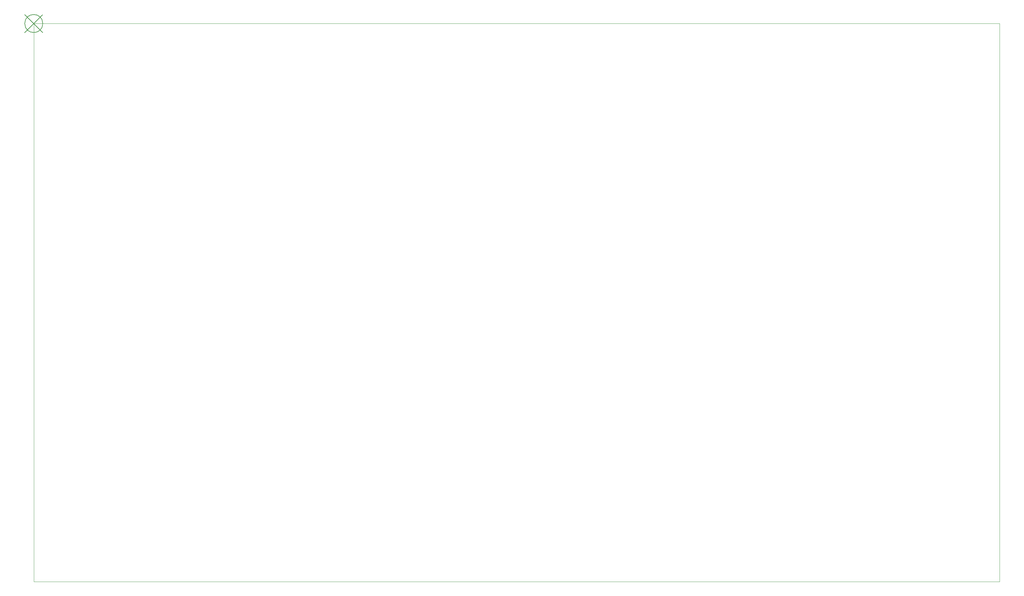
<source format=gbr>
%TF.GenerationSoftware,KiCad,Pcbnew,(5.0.0)*%
%TF.CreationDate,2019-04-29T14:38:46+02:00*%
%TF.ProjectId,Amalga_100,416D616C67615F3130302E6B69636164,rev?*%
%TF.SameCoordinates,Original*%
%TF.FileFunction,Profile,NP*%
%FSLAX46Y46*%
G04 Gerber Fmt 4.6, Leading zero omitted, Abs format (unit mm)*
G04 Created by KiCad (PCBNEW (5.0.0)) date 04/29/19 14:38:46*
%MOMM*%
%LPD*%
G01*
G04 APERTURE LIST*
%ADD10C,0.200000*%
%ADD11C,0.100000*%
G04 APERTURE END LIST*
D10*
X17400000Y-12500000D02*
G75*
G03X17400000Y-12500000I-2500000J0D01*
G01*
X12400000Y-10000000D02*
X17400000Y-15000000D01*
X12400000Y-15000000D02*
X17400000Y-10000000D01*
D11*
X282900000Y-12500000D02*
X14900000Y-12500000D01*
X14900000Y-12500000D02*
X14900000Y-167500000D01*
X282900000Y-12500000D02*
X282900000Y-167500000D01*
X282900000Y-167500000D02*
X14900000Y-167500000D01*
M02*

</source>
